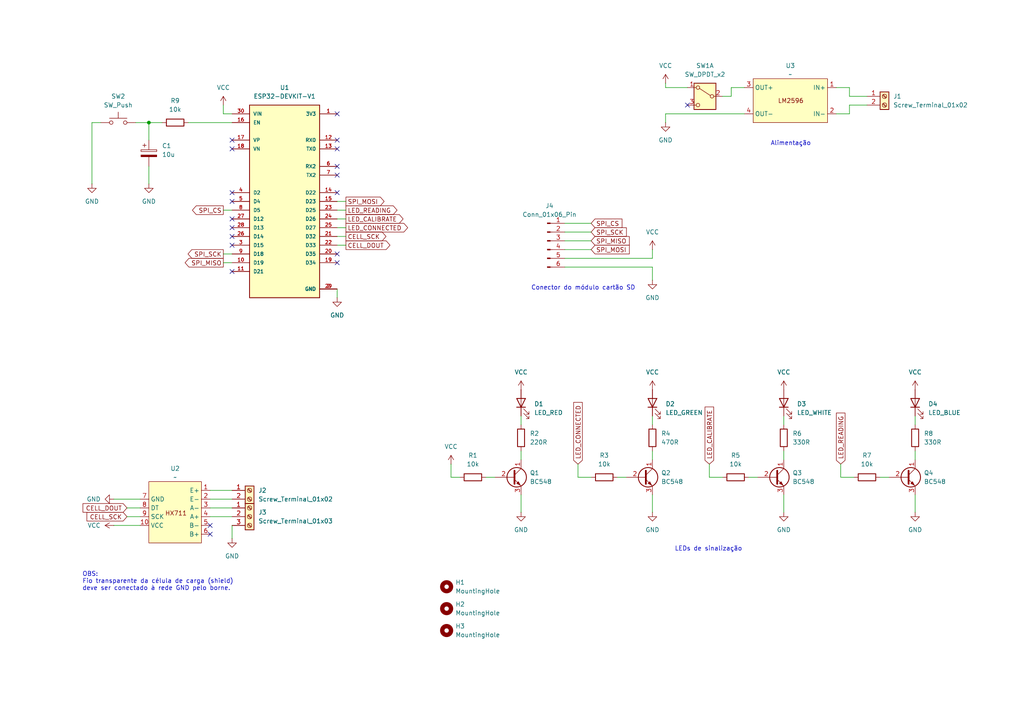
<source format=kicad_sch>
(kicad_sch (version 20231120) (generator "eeschema") (generator_version "8.0")
  (paper "A4")
  (title_block (title "Teste estático") (date "2024-08-21") (rev "v1.0") (company "ASA Branca Aerospace"))
  (lib_symbols
    (symbol "Connector:Conn_01x06_Pin" (pin_names (offset 1.016) hide)
      (property "Reference" "J" (at 0 7.62 0))
      (property "Value" "Conn_01x06_Pin" (at 0 -10.16 0))
      (symbol "Conn_01x06_Pin_1_1"
        (polyline (pts (xy 1.27 -7.62) (xy 0.8636 -7.62)) (stroke (width 0.1524)))
        (polyline (pts (xy 1.27 -5.08) (xy 0.8636 -5.08)) (stroke (width 0.1524)))
        (polyline (pts (xy 1.27 -2.54) (xy 0.8636 -2.54)) (stroke (width 0.1524)))
        (polyline (pts (xy 1.27 0) (xy 0.8636 0)) (stroke (width 0.1524)))
        (polyline (pts (xy 1.27 2.54) (xy 0.8636 2.54)) (stroke (width 0.1524)))
        (polyline (pts (xy 1.27 5.08) (xy 0.8636 5.08)) (stroke (width 0.1524)))
        (rectangle (start 0.8636 -7.493) (end 0 -7.747) (stroke (width 0.1524)) (fill (type outline)))
        (rectangle (start 0.8636 -4.953) (end 0 -5.207) (stroke (width 0.1524)) (fill (type outline)))
        (rectangle (start 0.8636 -2.413) (end 0 -2.667) (stroke (width 0.1524)) (fill (type outline)))
        (rectangle (start 0.8636 0.127) (end 0 -0.127) (stroke (width 0.1524)) (fill (type outline)))
        (rectangle (start 0.8636 2.667) (end 0 2.413) (stroke (width 0.1524)) (fill (type outline)))
        (rectangle (start 0.8636 5.207) (end 0 4.953) (stroke (width 0.1524)) (fill (type outline)))
        (pin passive line (at 5.08 5.08 180) (length 3.81) (name "Pin_1") (number "1"))
        (pin passive line (at 5.08 2.54 180) (length 3.81) (name "Pin_2") (number "2"))
        (pin passive line (at 5.08 0 180) (length 3.81) (name "Pin_3") (number "3"))
        (pin passive line (at 5.08 -2.54 180) (length 3.81) (name "Pin_4") (number "4"))
        (pin passive line (at 5.08 -5.08 180) (length 3.81) (name "Pin_5") (number "5"))
        (pin passive line (at 5.08 -7.62 180) (length 3.81) (name "Pin_6") (number "6"))
      )
    )
    (symbol "Connector:Screw_Terminal_01x02" (pin_names (offset 1.016) hide)
      (property "Reference" "J" (at 0 2.54 0))
      (property "Value" "Screw_Terminal_01x02" (at 0 -5.08 0))
      (symbol "Screw_Terminal_01x02_1_1"
        (rectangle (start -1.27 1.27) (end 1.27 -3.81) (stroke (width 0.254)) (fill (type background)))
        (circle (center 0 -2.54) (radius 0.635) (stroke (width 0.1524)))
        (polyline (pts (xy -0.5334 -2.2098) (xy 0.3302 -3.048)) (stroke (width 0.1524)))
        (polyline (pts (xy -0.5334 0.3302) (xy 0.3302 -0.508)) (stroke (width 0.1524)))
        (polyline (pts (xy -0.3556 -2.032) (xy 0.508 -2.8702)) (stroke (width 0.1524)))
        (polyline (pts (xy -0.3556 0.508) (xy 0.508 -0.3302)) (stroke (width 0.1524)))
        (circle (center 0 0) (radius 0.635) (stroke (width 0.1524)))
        (pin passive line (at -5.08 0 0) (length 3.81) (name "Pin_1") (number "1"))
        (pin passive line (at -5.08 -2.54 0) (length 3.81) (name "Pin_2") (number "2"))
      )
    )
    (symbol "Connector:Screw_Terminal_01x03" (pin_names (offset 1.016) hide)
      (property "Reference" "J" (at 0 5.08 0))
      (property "Value" "Screw_Terminal_01x03" (at 0 -5.08 0))
      (symbol "Screw_Terminal_01x03_1_1"
        (rectangle (start -1.27 3.81) (end 1.27 -3.81) (stroke (width 0.254)) (fill (type background)))
        (circle (center 0 -2.54) (radius 0.635) (stroke (width 0.1524)))
        (polyline (pts (xy -0.5334 -2.2098) (xy 0.3302 -3.048)) (stroke (width 0.1524)))
        (polyline (pts (xy -0.5334 0.3302) (xy 0.3302 -0.508)) (stroke (width 0.1524)))
        (polyline (pts (xy -0.5334 2.8702) (xy 0.3302 2.032)) (stroke (width 0.1524)))
        (polyline (pts (xy -0.3556 -2.032) (xy 0.508 -2.8702)) (stroke (width 0.1524)))
        (polyline (pts (xy -0.3556 0.508) (xy 0.508 -0.3302)) (stroke (width 0.1524)))
        (polyline (pts (xy -0.3556 3.048) (xy 0.508 2.2098)) (stroke (width 0.1524)))
        (circle (center 0 0) (radius 0.635) (stroke (width 0.1524)))
        (circle (center 0 2.54) (radius 0.635) (stroke (width 0.1524)))
        (pin passive line (at -5.08 2.54 0) (length 3.81) (name "Pin_1") (number "1"))
        (pin passive line (at -5.08 0 0) (length 3.81) (name "Pin_2") (number "2"))
        (pin passive line (at -5.08 -2.54 0) (length 3.81) (name "Pin_3") (number "3"))
      )
    )
    (symbol "Device:C_Polarized" (pin_numbers hide) (pin_names (offset 0.254))
      (property "Reference" "C" (at 0.635 2.54 0))
      (property "Value" "C_Polarized" (at 0.635 -2.54 0))
      (symbol "C_Polarized_0_1"
        (rectangle (start -2.286 0.508) (end 2.286 1.016))
        (polyline (pts (xy -1.778 2.286) (xy -0.762 2.286)))
        (polyline (pts (xy -1.27 2.794) (xy -1.27 1.778)))
        (rectangle (start 2.286 -0.508) (end -2.286 -1.016) (fill (type outline)))
      )
      (symbol "C_Polarized_1_1"
        (pin passive line (at 0 3.81 270) (length 2.794) (name "~") (number "1"))
        (pin passive line (at 0 -3.81 90) (length 2.794) (name "~") (number "2"))
      )
    )
    (symbol "Device:LED" (pin_numbers hide) (pin_names (offset 1.016) hide)
      (property "Reference" "D" (at 0 2.54 0))
      (property "Value" "LED" (at 0 -2.54 0))
      (symbol "LED_0_1"
        (polyline (pts (xy -1.27 -1.27) (xy -1.27 1.27)) (stroke (width 0.254)))
        (polyline (pts (xy -1.27 0) (xy 1.27 0)))
        (polyline (pts (xy 1.27 -1.27) (xy 1.27 1.27) (xy -1.27 0) (xy 1.27 -1.27)) (stroke (width 0.254)))
        (polyline (pts (xy -3.048 -0.762) (xy -4.572 -2.286) (xy -3.81 -2.286) (xy -4.572 -2.286) (xy -4.572 -1.524)))
        (polyline (pts (xy -1.778 -0.762) (xy -3.302 -2.286) (xy -2.54 -2.286) (xy -3.302 -2.286) (xy -3.302 -1.524)))
      )
      (symbol "LED_1_1"
        (pin passive line (at -3.81 0 0) (length 2.54) (name "K") (number "1"))
        (pin passive line (at 3.81 0 180) (length 2.54) (name "A") (number "2"))
      )
    )
    (symbol "Device:R" (pin_numbers hide) (pin_names (offset 0))
      (property "Reference" "R" (at 2.032 0 90))
      (property "Value" "R" (at 0 0 90))
      (symbol "R_0_1"
        (rectangle (start -1.016 -2.54) (end 1.016 2.54) (stroke (width 0.254)))
      )
      (symbol "R_1_1"
        (pin passive line (at 0 3.81 270) (length 1.27) (name "~") (number "1"))
        (pin passive line (at 0 -3.81 90) (length 1.27) (name "~") (number "2"))
      )
    )
    (symbol "ESP32-DEVKIT-V1:ESP32-DEVKIT-V1" (pin_names (offset 1.016))
      (property "Reference" "U" (at -10.16 30.48 0))
      (property "Value" "ESP32-DEVKIT-V1" (at -10.16 -30.48 0))
      (symbol "ESP32-DEVKIT-V1_0_0"
        (rectangle (start -10.16 -27.94) (end 10.16 27.94) (stroke (width 0.254)) (fill (type background)))
        (pin output line (at 15.24 25.4 180) (length 5.08) (name "3V3") (number "1"))
        (pin bidirectional line (at -15.24 -17.78 0) (length 5.08) (name "D19") (number "10"))
        (pin bidirectional line (at -15.24 -20.32 0) (length 5.08) (name "D21") (number "11"))
        (pin input line (at 15.24 17.78 180) (length 5.08) (name "RX0") (number "12"))
        (pin output line (at 15.24 15.24 180) (length 5.08) (name "TX0") (number "13"))
        (pin bidirectional line (at 15.24 2.54 180) (length 5.08) (name "D22") (number "14"))
        (pin bidirectional line (at 15.24 0 180) (length 5.08) (name "D23") (number "15"))
        (pin input line (at -15.24 22.86 0) (length 5.08) (name "EN") (number "16"))
        (pin bidirectional line (at -15.24 17.78 0) (length 5.08) (name "VP") (number "17"))
        (pin bidirectional line (at -15.24 15.24 0) (length 5.08) (name "VN") (number "18"))
        (pin bidirectional line (at 15.24 -17.78 180) (length 5.08) (name "D34") (number "19"))
        (pin power_in line (at 15.24 -25.4 180) (length 5.08) (name "GND") (number "2"))
        (pin bidirectional line (at 15.24 -15.24 180) (length 5.08) (name "D35") (number "20"))
        (pin bidirectional line (at 15.24 -10.16 180) (length 5.08) (name "D32") (number "21"))
        (pin bidirectional line (at 15.24 -12.7 180) (length 5.08) (name "D33") (number "22"))
        (pin bidirectional line (at 15.24 -2.54 180) (length 5.08) (name "D25") (number "23"))
        (pin bidirectional line (at 15.24 -5.08 180) (length 5.08) (name "D26") (number "24"))
        (pin bidirectional line (at 15.24 -7.62 180) (length 5.08) (name "D27") (number "25"))
        (pin bidirectional line (at -15.24 -10.16 0) (length 5.08) (name "D14") (number "26"))
        (pin bidirectional line (at -15.24 -5.08 0) (length 5.08) (name "D12") (number "27"))
        (pin bidirectional line (at -15.24 -7.62 0) (length 5.08) (name "D13") (number "28"))
        (pin power_in line (at 15.24 -25.4 180) (length 5.08) (name "GND") (number "29"))
        (pin bidirectional line (at -15.24 -12.7 0) (length 5.08) (name "D15") (number "3"))
        (pin input line (at -15.24 25.4 0) (length 5.08) (name "VIN") (number "30"))
        (pin bidirectional line (at -15.24 2.54 0) (length 5.08) (name "D2") (number "4"))
        (pin bidirectional line (at -15.24 0 0) (length 5.08) (name "D4") (number "5"))
        (pin input line (at 15.24 10.16 180) (length 5.08) (name "RX2") (number "6"))
        (pin output line (at 15.24 7.62 180) (length 5.08) (name "TX2") (number "7"))
        (pin bidirectional line (at -15.24 -2.54 0) (length 5.08) (name "D5") (number "8"))
        (pin bidirectional line (at -15.24 -15.24 0) (length 5.08) (name "D18") (number "9"))
      )
    )
    (symbol "HX711_module:HX711_module"
      (property "Reference" "U" (at 0 0 0))
      (symbol "HX711_module_1_1"
        (rectangle (start -7.62 8.89) (end 7.62 -8.89) (fill (type background)))
        (text "HX711" (at -0.254 -0.254 0) (effects (font (size 1.27 1.27))))
        (pin output line (at -10.16 6.35 0) (length 2.54) (name "E+") (number "1"))
        (pin power_in line (at 10.16 -3.81 180) (length 2.54) (name "VCC") (number "10"))
        (pin output line (at -10.16 3.81 0) (length 2.54) (name "E-") (number "2"))
        (pin input line (at -10.16 1.27 0) (length 2.54) (name "A-") (number "3"))
        (pin input line (at -10.16 -1.27 0) (length 2.54) (name "A+") (number "4"))
        (pin input line (at -10.16 -3.81 0) (length 2.54) (name "B-") (number "5"))
        (pin input line (at -10.16 -6.35 0) (length 2.54) (name "B+") (number "6"))
        (pin power_in line (at 10.16 3.81 180) (length 2.54) (name "GND") (number "7"))
        (pin bidirectional line (at 10.16 1.27 180) (length 2.54) (name "DT") (number "8"))
        (pin bidirectional line (at 10.16 -1.27 180) (length 2.54) (name "SCK") (number "9"))
      )
    )
    (symbol "LM2596_module:LM2596_module"
      (property "Reference" "U" (at 0 0 0))
      (symbol "LM2596_module_1_1"
        (rectangle (start -10.16 6.35) (end 11.43 -6.35) (fill (type background)))
        (text "LM2596" (at 0.508 0 0) (effects (font (size 1.27 1.27))))
        (pin power_in line (at -12.7 3.81 0) (length 2.54) (name "IN+") (number "1"))
        (pin power_in line (at -12.7 -3.81 0) (length 2.54) (name "IN-") (number "2"))
        (pin power_out line (at 13.97 3.81 180) (length 2.54) (name "OUT+") (number "3"))
        (pin power_out line (at 13.97 -3.81 180) (length 2.54) (name "OUT-") (number "4"))
      )
    )
    (symbol "Mechanical:MountingHole" (pin_names (offset 1.016)) (exclude_from_sim yes) (in_bom no)
      (property "Reference" "H" (at 0 5.08 0))
      (property "Value" "MountingHole" (at 0 3.175 0))
      (symbol "MountingHole_0_1"
        (circle (center 0 0) (radius 1.27) (stroke (width 1.27)))
      )
    )
    (symbol "Switch:SW_DPDT_x2" (pin_names (offset 0) hide)
      (property "Reference" "SW" (at 0 5.08 0))
      (property "Value" "SW_DPDT_x2" (at 0 -5.08 0))
      (symbol "SW_DPDT_x2_0_0"
        (circle (center -2.032 0) (radius 0.508))
        (circle (center 2.032 -2.54) (radius 0.508))
      )
      (symbol "SW_DPDT_x2_0_1"
        (rectangle (start -3.175 3.81) (end 3.175 -3.81) (stroke (width 0.254)) (fill (type background)))
        (polyline (pts (xy -1.524 0.254) (xy 1.5748 2.286)))
        (circle (center 2.032 2.54) (radius 0.508))
      )
      (symbol "SW_DPDT_x2_1_1"
        (pin passive line (at 5.08 2.54 180) (length 2.54) (name "A") (number "1"))
        (pin passive line (at -5.08 0 0) (length 2.54) (name "B") (number "2"))
        (pin passive line (at 5.08 -2.54 180) (length 2.54) (name "C") (number "3"))
      )
      (symbol "SW_DPDT_x2_2_1"
        (pin passive line (at 5.08 2.54 180) (length 2.54) (name "A") (number "4"))
        (pin passive line (at -5.08 0 0) (length 2.54) (name "B") (number "5"))
        (pin passive line (at 5.08 -2.54 180) (length 2.54) (name "C") (number "6"))
      )
    )
    (symbol "Switch:SW_Push" (pin_numbers hide) (pin_names (offset 1.016) hide)
      (property "Reference" "SW" (at 1.27 2.54 0))
      (property "Value" "SW_Push" (at 0 -1.524 0))
      (symbol "SW_Push_0_1"
        (circle (center -2.032 0) (radius 0.508))
        (polyline (pts (xy 0 1.27) (xy 0 3.048)))
        (polyline (pts (xy 2.54 1.27) (xy -2.54 1.27)))
        (circle (center 2.032 0) (radius 0.508))
        (pin passive line (at -5.08 0 0) (length 2.54) (name "1") (number "1"))
        (pin passive line (at 5.08 0 180) (length 2.54) (name "2") (number "2"))
      )
    )
    (symbol "Transistor_BJT:BC548" (pin_names (offset 0) hide)
      (property "Reference" "Q" (at 5.08 1.905 0))
      (property "Value" "BC548" (at 5.08 0 0))
      (symbol "BC548_0_1"
        (polyline (pts (xy 0 0) (xy 0.635 0)))
        (polyline (pts (xy 0.635 0.635) (xy 2.54 2.54)))
        (polyline (pts (xy 0.635 -0.635) (xy 2.54 -2.54) (xy 2.54 -2.54)))
        (polyline (pts (xy 0.635 1.905) (xy 0.635 -1.905) (xy 0.635 -1.905)) (stroke (width 0.508)))
        (polyline (pts (xy 1.27 -1.778) (xy 1.778 -1.27) (xy 2.286 -2.286) (xy 1.27 -1.778) (xy 1.27 -1.778)) (fill (type outline)))
        (circle (center 1.27 0) (radius 2.8194) (stroke (width 0.254)))
      )
      (symbol "BC548_1_1"
        (pin passive line (at 2.54 5.08 270) (length 2.54) (name "C") (number "1"))
        (pin input line (at -5.08 0 0) (length 5.08) (name "B") (number "2"))
        (pin passive line (at 2.54 -5.08 90) (length 2.54) (name "E") (number "3"))
      )
    )
    (symbol "power:GND" (power) (pin_numbers hide) (pin_names (offset 0) hide)
      (property "Value" "GND" (at 0 -3.81 0))
      (symbol "GND_0_1"
        (polyline (pts (xy 0 0) (xy 0 -1.27) (xy 1.27 -1.27) (xy 0 -2.54) (xy -1.27 -1.27) (xy 0 -1.27)))
      )
      (symbol "GND_1_1"
        (pin power_in line (at 0 0 270) (length 0) (name "~") (number "1"))
      )
    )
    (symbol "power:VCC" (power) (pin_numbers hide) (pin_names (offset 0) hide)
      (property "Value" "VCC" (at 0 3.556 0))
      (symbol "VCC_0_1"
        (polyline (pts (xy -0.762 1.27) (xy 0 2.54)))
        (polyline (pts (xy 0 0) (xy 0 2.54)))
        (polyline (pts (xy 0 2.54) (xy 0.762 1.27)))
      )
      (symbol "VCC_1_1"
        (pin power_in line (at 0 0 90) (length 0) (name "~") (number "1"))
      )
    )
  )
  (junction (at 43.18 35.56))
  (no_connect (at 97.79 50.8))
  (no_connect (at 60.96 152.4))
  (no_connect (at 67.31 58.42))
  (no_connect (at 97.79 33.02))
  (no_connect (at 67.31 43.18))
  (no_connect (at 97.79 55.88))
  (no_connect (at 97.79 48.26))
  (no_connect (at 67.31 63.5))
  (no_connect (at 97.79 73.66))
  (no_connect (at 97.79 76.2))
  (no_connect (at 199.39 30.48))
  (no_connect (at 67.31 68.58))
  (no_connect (at 97.79 43.18))
  (no_connect (at 67.31 55.88))
  (no_connect (at 67.31 40.64))
  (no_connect (at 67.31 78.74))
  (no_connect (at 97.79 40.64))
  (no_connect (at 67.31 66.04))
  (no_connect (at 60.96 154.94))
  (no_connect (at 67.31 71.12))
  (wire (pts (xy 242.57 33.02) (xy 246.38 33.02)))
  (wire (pts (xy 217.17 138.43) (xy 219.71 138.43)))
  (wire (pts (xy 64.77 33.02) (xy 67.31 33.02)))
  (wire (pts (xy 60.96 147.32) (xy 67.31 147.32)))
  (wire (pts (xy 39.37 35.56) (xy 43.18 35.56)))
  (wire (pts (xy 189.23 120.65) (xy 189.23 123.19)))
  (wire (pts (xy 193.04 25.4) (xy 199.39 25.4)))
  (wire (pts (xy 64.77 76.2) (xy 67.31 76.2)))
  (wire (pts (xy 212.09 25.4) (xy 215.9 25.4)))
  (wire (pts (xy 167.64 134.62) (xy 167.64 138.43)))
  (wire (pts (xy 54.61 35.56) (xy 67.31 35.56)))
  (wire (pts (xy 40.64 147.32) (xy 36.83 147.32)))
  (wire (pts (xy 26.67 35.56) (xy 29.21 35.56)))
  (wire (pts (xy 40.64 149.86) (xy 36.83 149.86)))
  (wire (pts (xy 242.57 25.4) (xy 246.38 25.4)))
  (wire (pts (xy 64.77 60.96) (xy 67.31 60.96)))
  (wire (pts (xy 205.74 138.43) (xy 209.55 138.43)))
  (wire (pts (xy 163.83 64.77) (xy 171.45 64.77)))
  (wire (pts (xy 67.31 152.4) (xy 67.31 156.21)))
  (wire (pts (xy 60.96 149.86) (xy 67.31 149.86)))
  (wire (pts (xy 43.18 48.26) (xy 43.18 53.34)))
  (wire (pts (xy 163.83 67.31) (xy 171.45 67.31)))
  (wire (pts (xy 189.23 130.81) (xy 189.23 133.35)))
  (wire (pts (xy 97.79 66.04) (xy 100.33 66.04)))
  (wire (pts (xy 265.43 143.51) (xy 265.43 148.59)))
  (wire (pts (xy 64.77 30.48) (xy 64.77 33.02)))
  (wire (pts (xy 130.81 134.62) (xy 130.81 138.43)))
  (wire (pts (xy 215.9 33.02) (xy 193.04 33.02)))
  (wire (pts (xy 189.23 143.51) (xy 189.23 148.59)))
  (wire (pts (xy 193.04 25.4) (xy 193.04 24.13)))
  (wire (pts (xy 251.46 27.94) (xy 246.38 27.94)))
  (wire (pts (xy 243.84 134.62) (xy 243.84 138.43)))
  (wire (pts (xy 163.83 77.47) (xy 189.23 77.47)))
  (wire (pts (xy 97.79 83.82) (xy 97.79 86.36)))
  (wire (pts (xy 151.13 143.51) (xy 151.13 148.59)))
  (wire (pts (xy 167.64 138.43) (xy 171.45 138.43)))
  (wire (pts (xy 26.67 53.34) (xy 26.67 35.56)))
  (wire (pts (xy 246.38 30.48) (xy 246.38 33.02)))
  (wire (pts (xy 255.27 138.43) (xy 257.81 138.43)))
  (wire (pts (xy 179.07 138.43) (xy 181.61 138.43)))
  (wire (pts (xy 251.46 30.48) (xy 246.38 30.48)))
  (wire (pts (xy 163.83 74.93) (xy 189.23 74.93)))
  (wire (pts (xy 193.04 33.02) (xy 193.04 35.56)))
  (wire (pts (xy 227.33 143.51) (xy 227.33 148.59)))
  (wire (pts (xy 243.84 138.43) (xy 247.65 138.43)))
  (wire (pts (xy 130.81 138.43) (xy 133.35 138.43)))
  (wire (pts (xy 60.96 144.78) (xy 67.31 144.78)))
  (wire (pts (xy 97.79 63.5) (xy 100.33 63.5)))
  (wire (pts (xy 40.64 144.78) (xy 33.02 144.78)))
  (wire (pts (xy 97.79 71.12) (xy 100.33 71.12)))
  (wire (pts (xy 97.79 68.58) (xy 100.33 68.58)))
  (wire (pts (xy 227.33 120.65) (xy 227.33 123.19)))
  (wire (pts (xy 97.79 58.42) (xy 100.33 58.42)))
  (wire (pts (xy 97.79 60.96) (xy 100.33 60.96)))
  (wire (pts (xy 163.83 69.85) (xy 171.45 69.85)))
  (wire (pts (xy 151.13 130.81) (xy 151.13 133.35)))
  (wire (pts (xy 246.38 27.94) (xy 246.38 25.4)))
  (wire (pts (xy 265.43 120.65) (xy 265.43 123.19)))
  (wire (pts (xy 64.77 73.66) (xy 67.31 73.66)))
  (wire (pts (xy 205.74 134.62) (xy 205.74 138.43)))
  (wire (pts (xy 189.23 74.93) (xy 189.23 72.39)))
  (wire (pts (xy 212.09 27.94) (xy 212.09 25.4)))
  (wire (pts (xy 40.64 152.4) (xy 33.02 152.4)))
  (wire (pts (xy 265.43 130.81) (xy 265.43 133.35)))
  (wire (pts (xy 140.97 138.43) (xy 143.51 138.43)))
  (wire (pts (xy 43.18 35.56) (xy 46.99 35.56)))
  (wire (pts (xy 60.96 142.24) (xy 67.31 142.24)))
  (wire (pts (xy 189.23 77.47) (xy 189.23 81.28)))
  (wire (pts (xy 212.09 27.94) (xy 209.55 27.94)))
  (wire (pts (xy 227.33 130.81) (xy 227.33 133.35)))
  (wire (pts (xy 151.13 120.65) (xy 151.13 123.19)))
  (wire (pts (xy 163.83 72.39) (xy 171.45 72.39)))
  (wire (pts (xy 43.18 35.56) (xy 43.18 40.64)))
  (text "Alimentação" (at 229.362 41.656 0) (effects (font (size 1.27 1.27))))
  (text "LEDs de sinalização" (at 205.486 159.258 0) (effects (font (size 1.27 1.27))))
  (text "Conector do módulo cartão SD" (at 169.164 83.566 0) (effects (font (size 1.27 1.27))))
  (text "OBS:\nFio transparente da célula de carga (shield) \ndeve ser conectado à rede GND pelo borne. " (at 23.876 168.656 0) (effects (font (size 1.27 1.27)) (justify left)))
  (global_label "SPI_SCK" (shape input) (at 171.45 67.31 0) (property "Intersheetrefs" "${INTERSHEET_REFS}" (effects (hide yes))))
  (global_label "CELL_SCK" (shape input) (at 36.83 149.86 180) (property "Intersheetrefs" "${INTERSHEET_REFS}" (effects (hide yes))))
  (global_label "SPI_SCK" (shape output) (at 64.77 73.66 180) (property "Intersheetrefs" "${INTERSHEET_REFS}" (effects (hide yes))))
  (global_label "SPI_MOSI" (shape input) (at 171.45 72.39 0) (property "Intersheetrefs" "${INTERSHEET_REFS}" (effects (hide yes))))
  (global_label "CELL_DOUT" (shape input) (at 36.83 147.32 180) (property "Intersheetrefs" "${INTERSHEET_REFS}" (effects (hide yes))))
  (global_label "SPI_MOSI" (shape output) (at 100.33 58.42 0) (property "Intersheetrefs" "${INTERSHEET_REFS}" (effects (hide yes))))
  (global_label "LED_CONNECTED" (shape output) (at 100.33 66.04 0) (property "Intersheetrefs" "${INTERSHEET_REFS}" (effects (hide yes))))
  (global_label "LED_CONNECTED" (shape input) (at 167.64 134.62 90) (property "Intersheetrefs" "${INTERSHEET_REFS}" (effects (hide yes))))
  (global_label "SPI_CS" (shape output) (at 64.77 60.96 180) (property "Intersheetrefs" "${INTERSHEET_REFS}" (effects (hide yes))))
  (global_label "SPI_CS" (shape input) (at 171.45 64.77 0) (property "Intersheetrefs" "${INTERSHEET_REFS}" (effects (hide yes))))
  (global_label "CELL_DOUT" (shape output) (at 100.33 71.12 0) (property "Intersheetrefs" "${INTERSHEET_REFS}" (effects (hide yes))))
  (global_label "LED_CALIBRATE" (shape input) (at 205.74 134.62 90) (property "Intersheetrefs" "${INTERSHEET_REFS}" (effects (hide yes))))
  (global_label "SPI_MISO" (shape input) (at 171.45 69.85 0) (property "Intersheetrefs" "${INTERSHEET_REFS}" (effects (hide yes))))
  (global_label "LED_READING" (shape output) (at 100.33 60.96 0) (property "Intersheetrefs" "${INTERSHEET_REFS}" (effects (hide yes))))
  (global_label "CELL_SCK" (shape output) (at 100.33 68.58 0) (property "Intersheetrefs" "${INTERSHEET_REFS}" (effects (hide yes))))
  (global_label "LED_CALIBRATE" (shape output) (at 100.33 63.5 0) (property "Intersheetrefs" "${INTERSHEET_REFS}" (effects (hide yes))))
  (global_label "SPI_MISO" (shape output) (at 64.77 76.2 180) (property "Intersheetrefs" "${INTERSHEET_REFS}" (effects (hide yes))))
  (global_label "LED_READING" (shape input) (at 243.84 134.62 90) (property "Intersheetrefs" "${INTERSHEET_REFS}" (effects (hide yes))))
  (symbol (lib_id "power:VCC") (at 227.33 113.03 0) (unit 1)
    (property "Reference" "#PWR010" (effects (hide yes)))
    (property "Value" "VCC" (at 227.33 107.95 0))
    (property "Description" "Power symbol creates a global label with name \"VCC\"" (effects (hide yes)))
  )
  (symbol (lib_id "Mechanical:MountingHole") (at 129.54 182.88 0) (unit 1) (exclude_from_sim yes) (in_bom no)
    (property "Reference" "H3" (at 132.08 181.6099 0) (effects (justify left)))
    (property "Value" "MountingHole" (at 132.08 184.1499 0) (effects (justify left)))
    (property "Footprint" "MountingHole:MountingHole_4.3mm_M4" (effects (hide yes)))
    (property "Description" "Mounting Hole without connection" (effects (hide yes)))
  )
  (symbol (lib_id "Connector:Conn_01x06_Pin") (at 158.75 69.85 0) (unit 1)
    (property "Reference" "J4" (at 159.385 59.69 0))
    (property "Value" "Conn_01x06_Pin" (at 159.385 62.23 0))
    (property "Footprint" "Connector_PinSocket_2.54mm:PinSocket_1x06_P2.54mm_Vertical" (effects (hide yes)))
    (property "Description" "Generic connector, single row, 01x06, script generated" (effects (hide yes)))
  )
  (symbol (lib_id "Transistor_BJT:BC548") (at 148.59 138.43 0) (unit 1)
    (property "Reference" "Q1" (at 153.67 137.1599 0) (effects (justify left)))
    (property "Value" "BC548" (at 153.67 139.6999 0) (effects (justify left)))
    (property "Footprint" "Package_TO_SOT_THT:TO-92_Wide" (effects (hide yes)))
    (property "Datasheet" "https://www.onsemi.com/pub/Collateral/BC550-D.pdf" (effects (hide yes)))
    (property "Description" "0.1A Ic, 30V Vce, Small Signal NPN Transistor, TO-92" (effects (hide yes)))
  )
  (symbol (lib_id "Transistor_BJT:BC548") (at 224.79 138.43 0) (unit 1)
    (property "Reference" "Q3" (at 229.87 137.1599 0) (effects (justify left)))
    (property "Value" "BC548" (at 229.87 139.6999 0) (effects (justify left)))
    (property "Footprint" "Package_TO_SOT_THT:TO-92_Wide" (effects (hide yes)))
    (property "Datasheet" "https://www.onsemi.com/pub/Collateral/BC550-D.pdf" (effects (hide yes)))
    (property "Description" "0.1A Ic, 30V Vce, Small Signal NPN Transistor, TO-92" (effects (hide yes)))
  )
  (symbol (lib_id "Device:R") (at 50.8 35.56 90) (unit 1)
    (property "Reference" "R9" (at 50.8 29.21 90))
    (property "Value" "10k" (at 50.8 31.75 90))
    (property "Footprint" "Resistor_THT:R_Axial_DIN0207_L6.3mm_D2.5mm_P10.16mm_Horizontal" (effects (hide yes)))
    (property "Description" "Resistor" (effects (hide yes)))
  )
  (symbol (lib_id "Transistor_BJT:BC548") (at 262.89 138.43 0) (unit 1)
    (property "Reference" "Q4" (at 267.97 137.1599 0) (effects (justify left)))
    (property "Value" "BC548" (at 267.97 139.6999 0) (effects (justify left)))
    (property "Footprint" "Package_TO_SOT_THT:TO-92_Wide" (effects (hide yes)))
    (property "Datasheet" "https://www.onsemi.com/pub/Collateral/BC550-D.pdf" (effects (hide yes)))
    (property "Description" "0.1A Ic, 30V Vce, Small Signal NPN Transistor, TO-92" (effects (hide yes)))
  )
  (symbol (lib_id "Device:R") (at 175.26 138.43 90) (unit 1)
    (property "Reference" "R3" (at 175.26 132.08 90))
    (property "Value" "10k" (at 175.26 134.62 90))
    (property "Footprint" "Resistor_THT:R_Axial_DIN0207_L6.3mm_D2.5mm_P10.16mm_Horizontal" (effects (hide yes)))
    (property "Description" "Resistor" (effects (hide yes)))
  )
  (symbol (lib_id "Device:R") (at 137.16 138.43 90) (unit 1)
    (property "Reference" "R1" (at 137.16 132.08 90))
    (property "Value" "10k" (at 137.16 134.62 90))
    (property "Footprint" "Resistor_THT:R_Axial_DIN0207_L6.3mm_D2.5mm_P10.16mm_Horizontal" (effects (hide yes)))
    (property "Description" "Resistor" (effects (hide yes)))
  )
  (symbol (lib_id "Device:LED") (at 189.23 116.84 90) (unit 1)
    (property "Reference" "D2" (at 193.04 117.1574 90) (effects (justify right)))
    (property "Value" "LED_GREEN" (at 193.04 119.6974 90) (effects (justify right)))
    (property "Footprint" "LED_THT:LED_D3.0mm_Horizontal_O1.27mm_Z2.0mm" (effects (hide yes)))
    (property "Description" "Light emitting diode" (effects (hide yes)))
  )
  (symbol (lib_id "Device:R") (at 227.33 127 0) (unit 1)
    (property "Reference" "R6" (at 229.87 125.7299 0) (effects (justify left)))
    (property "Value" "330R" (at 229.87 128.2699 0) (effects (justify left)))
    (property "Footprint" "Resistor_THT:R_Axial_DIN0207_L6.3mm_D2.5mm_P10.16mm_Horizontal" (effects (hide yes)))
    (property "Description" "Resistor" (effects (hide yes)))
  )
  (symbol (lib_id "power:GND") (at 43.18 53.34 0) (unit 1)
    (property "Reference" "#PWR03" (effects (hide yes)))
    (property "Value" "GND" (at 43.18 58.42 0))
    (property "Description" "Power symbol creates a global label with name \"GND\" , ground" (effects (hide yes)))
  )
  (symbol (lib_id "Device:C_Polarized") (at 43.18 44.45 0) (unit 1)
    (property "Reference" "C1" (at 46.99 42.2909 0) (effects (justify left)))
    (property "Value" "10u" (at 46.99 44.8309 0) (effects (justify left)))
    (property "Footprint" "Capacitor_THT:CP_Radial_D5.0mm_P2.50mm" (effects (hide yes)))
    (property "Description" "Polarized capacitor" (effects (hide yes)))
  )
  (symbol (lib_id "Device:LED") (at 265.43 116.84 90) (unit 1)
    (property "Reference" "D4" (at 269.24 117.1574 90) (effects (justify right)))
    (property "Value" "LED_BLUE" (at 269.24 119.6974 90) (effects (justify right)))
    (property "Footprint" "LED_THT:LED_D3.0mm_Horizontal_O1.27mm_Z2.0mm" (effects (hide yes)))
    (property "Description" "Light emitting diode" (effects (hide yes)))
  )
  (symbol (lib_id "Mechanical:MountingHole") (at 129.54 176.53 0) (unit 1) (exclude_from_sim yes) (in_bom no)
    (property "Reference" "H2" (at 132.08 175.2599 0) (effects (justify left)))
    (property "Value" "MountingHole" (at 132.08 177.7999 0) (effects (justify left)))
    (property "Footprint" "MountingHole:MountingHole_4.3mm_M4" (effects (hide yes)))
    (property "Description" "Mounting Hole without connection" (effects (hide yes)))
  )
  (symbol (lib_id "Transistor_BJT:BC548") (at 186.69 138.43 0) (unit 1)
    (property "Reference" "Q2" (at 191.77 137.1599 0) (effects (justify left)))
    (property "Value" "BC548" (at 191.77 139.6999 0) (effects (justify left)))
    (property "Footprint" "Package_TO_SOT_THT:TO-92_Wide" (effects (hide yes)))
    (property "Datasheet" "https://www.onsemi.com/pub/Collateral/BC550-D.pdf" (effects (hide yes)))
    (property "Description" "0.1A Ic, 30V Vce, Small Signal NPN Transistor, TO-92" (effects (hide yes)))
  )
  (symbol (lib_id "power:GND") (at 193.04 35.56 0) (unit 1)
    (property "Reference" "#PWR02" (effects (hide yes)))
    (property "Value" "GND" (at 193.04 40.64 0))
    (property "Description" "Power symbol creates a global label with name \"GND\" , ground" (effects (hide yes)))
  )
  (symbol (lib_id "Connector:Screw_Terminal_01x02") (at 72.39 142.24 0) (unit 1)
    (property "Reference" "J2" (at 74.93 142.2399 0) (effects (justify left)))
    (property "Value" "Screw_Terminal_01x02" (at 74.93 144.7799 0) (effects (justify left)))
    (property "Footprint" "TerminalBlock_Phoenix:TerminalBlock_Phoenix_MKDS-1,5-2-5.08_1x02_P5.08mm_Horizontal" (effects (hide yes)))
    (property "Description" "Generic screw terminal, single row, 01x02, script generated (kicad-library-utils/schlib/autogen/connector/)" (effects (hide yes)))
  )
  (symbol (lib_id "Connector:Screw_Terminal_01x03") (at 72.39 149.86 0) (unit 1)
    (property "Reference" "J3" (at 74.93 148.5899 0) (effects (justify left)))
    (property "Value" "Screw_Terminal_01x03" (at 74.93 151.1299 0) (effects (justify left)))
    (property "Footprint" "TerminalBlock_Phoenix:TerminalBlock_Phoenix_MKDS-1,5-3-5.08_1x03_P5.08mm_Horizontal" (effects (hide yes)))
    (property "Description" "Generic screw terminal, single row, 01x03, script generated (kicad-library-utils/schlib/autogen/connector/)" (effects (hide yes)))
  )
  (symbol (lib_id "ESP32-DEVKIT-V1:ESP32-DEVKIT-V1") (at 82.55 58.42 0) (unit 1)
    (property "Reference" "U1" (at 82.55 25.4 0))
    (property "Value" "ESP32-DEVKIT-V1" (at 82.55 27.94 0))
    (property "Footprint" "MODULE_ESP32_DEVKIT_V1:MODULE_ESP32_DEVKIT_V1" (effects (hide yes)))
    (property "MF" "Do it" (effects (hide yes)))
    (property "MAXIMUM_PACKAGE_HEIGHT" "6.8 mm" (effects (hide yes)))
    (property "Package" "None" (effects (hide yes)))
    (property "Price" "None" (effects (hide yes)))
    (property "Check_prices" "https://www.snapeda.com/parts/ESP32-DEVKIT-V1/Do+it/view-part/?ref=eda" (effects (hide yes)))
    (property "STANDARD" "Manufacturer Recommendations" (effects (hide yes)))
    (property "PARTREV" "N/A" (effects (hide yes)))
    (property "SnapEDA_Link" "https://www.snapeda.com/parts/ESP32-DEVKIT-V1/Do+it/view-part/?ref=snap" (effects (hide yes)))
    (property "MP" "ESP32-DEVKIT-V1" (effects (hide yes)))
    (property "Description_1" "\nDual core, Wi-Fi: 2.4 GHz up to 150 Mbits/s,BLE (Bluetooth Low Energy) and legacy Bluetooth, 32 bits, Up to 240 MHz\n" (effects (hide yes)))
    (property "Availability" "Not in stock" (effects (hide yes)))
    (property "MANUFACTURER" "DOIT" (effects (hide yes)))
  )
  (symbol (lib_id "power:GND") (at 151.13 148.59 0) (unit 1)
    (property "Reference" "#PWR05" (effects (hide yes)))
    (property "Value" "GND" (at 151.13 153.67 0))
    (property "Description" "Power symbol creates a global label with name \"GND\" , ground" (effects (hide yes)))
  )
  (symbol (lib_id "Connector:Screw_Terminal_01x02") (at 256.54 27.94 0) (unit 1)
    (property "Reference" "J1" (at 259.08 27.9399 0) (effects (justify left)))
    (property "Value" "Screw_Terminal_01x02" (at 259.08 30.4799 0) (effects (justify left)))
    (property "Footprint" "TerminalBlock_Phoenix:TerminalBlock_Phoenix_MKDS-1,5-2-5.08_1x02_P5.08mm_Horizontal" (effects (hide yes)))
    (property "Description" "Generic screw terminal, single row, 01x02, script generated (kicad-library-utils/schlib/autogen/connector/)" (effects (hide yes)))
  )
  (symbol (lib_id "Device:R") (at 265.43 127 0) (unit 1)
    (property "Reference" "R8" (at 267.97 125.7299 0) (effects (justify left)))
    (property "Value" "330R" (at 267.97 128.2699 0) (effects (justify left)))
    (property "Footprint" "Resistor_THT:R_Axial_DIN0207_L6.3mm_D2.5mm_P10.16mm_Horizontal" (effects (hide yes)))
    (property "Description" "Resistor" (effects (hide yes)))
  )
  (symbol (lib_id "power:VCC") (at 33.02 152.4 90) (mirror x) (unit 1)
    (property "Reference" "#PWR014" (effects (hide yes)))
    (property "Value" "VCC" (at 29.21 152.3999 90) (effects (justify left)))
    (property "Description" "Power symbol creates a global label with name \"VCC\"" (effects (hide yes)))
  )
  (symbol (lib_id "power:VCC") (at 64.77 30.48 0) (unit 1)
    (property "Reference" "#PWR013" (effects (hide yes)))
    (property "Value" "VCC" (at 64.77 25.4 0))
    (property "Description" "Power symbol creates a global label with name \"VCC\"" (effects (hide yes)))
  )
  (symbol (lib_id "Mechanical:MountingHole") (at 129.54 170.18 0) (unit 1) (exclude_from_sim yes) (in_bom no)
    (property "Reference" "H1" (at 132.08 168.9099 0) (effects (justify left)))
    (property "Value" "MountingHole" (at 132.08 171.4499 0) (effects (justify left)))
    (property "Footprint" "MountingHole:MountingHole_4.3mm_M4" (effects (hide yes)))
    (property "Description" "Mounting Hole without connection" (effects (hide yes)))
  )
  (symbol (lib_id "power:GND") (at 97.79 86.36 0) (unit 1)
    (property "Reference" "#PWR017" (effects (hide yes)))
    (property "Value" "GND" (at 97.79 91.44 0))
    (property "Description" "Power symbol creates a global label with name \"GND\" , ground" (effects (hide yes)))
  )
  (symbol (lib_id "HX711_module:HX711_module") (at 50.8 148.59 0) (mirror y) (unit 1)
    (property "Reference" "U2" (at 50.8 135.89 0))
    (property "Value" "~" (at 50.8 138.43 0))
    (property "Footprint" "HX711_module:HX711_module" (effects (hide yes)))
  )
  (symbol (lib_id "power:VCC") (at 130.81 134.62 0) (unit 1)
    (property "Reference" "#PWR020" (effects (hide yes)))
    (property "Value" "VCC" (at 130.81 129.54 0))
    (property "Description" "Power symbol creates a global label with name \"VCC\"" (effects (hide yes)))
  )
  (symbol (lib_id "power:VCC") (at 189.23 72.39 0) (unit 1)
    (property "Reference" "#PWR015" (effects (hide yes)))
    (property "Value" "VCC" (at 189.23 67.31 0))
    (property "Description" "Power symbol creates a global label with name \"VCC\"" (effects (hide yes)))
  )
  (symbol (lib_id "power:GND") (at 26.67 53.34 0) (unit 1)
    (property "Reference" "#PWR04" (effects (hide yes)))
    (property "Value" "GND" (at 26.67 58.42 0))
    (property "Description" "Power symbol creates a global label with name \"GND\" , ground" (effects (hide yes)))
  )
  (symbol (lib_id "Device:R") (at 189.23 127 0) (unit 1)
    (property "Reference" "R4" (at 191.77 125.7299 0) (effects (justify left)))
    (property "Value" "470R" (at 191.77 128.2699 0) (effects (justify left)))
    (property "Footprint" "Resistor_THT:R_Axial_DIN0207_L6.3mm_D2.5mm_P10.16mm_Horizontal" (effects (hide yes)))
    (property "Description" "Resistor" (effects (hide yes)))
  )
  (symbol (lib_id "Device:LED") (at 151.13 116.84 90) (unit 1)
    (property "Reference" "D1" (at 154.94 117.1574 90) (effects (justify right)))
    (property "Value" "LED_RED" (at 154.94 119.6974 90) (effects (justify right)))
    (property "Footprint" "LED_THT:LED_D3.0mm_Horizontal_O1.27mm_Z2.0mm" (effects (hide yes)))
    (property "Description" "Light emitting diode" (effects (hide yes)))
  )
  (symbol (lib_id "Device:R") (at 151.13 127 180) (unit 1)
    (property "Reference" "R2" (at 153.67 125.7299 0) (effects (justify right)))
    (property "Value" "220R" (at 153.67 128.2699 0) (effects (justify right)))
    (property "Footprint" "Resistor_THT:R_Axial_DIN0207_L6.3mm_D2.5mm_P10.16mm_Horizontal" (effects (hide yes)))
    (property "Description" "Resistor" (effects (hide yes)))
  )
  (symbol (lib_id "power:GND") (at 265.43 148.59 0) (unit 1)
    (property "Reference" "#PWR08" (effects (hide yes)))
    (property "Value" "GND" (at 265.43 153.67 0))
    (property "Description" "Power symbol creates a global label with name \"GND\" , ground" (effects (hide yes)))
  )
  (symbol (lib_id "power:VCC") (at 189.23 113.03 0) (unit 1)
    (property "Reference" "#PWR011" (effects (hide yes)))
    (property "Value" "VCC" (at 189.23 107.95 0))
    (property "Description" "Power symbol creates a global label with name \"VCC\"" (effects (hide yes)))
  )
  (symbol (lib_id "power:GND") (at 189.23 148.59 0) (unit 1)
    (property "Reference" "#PWR06" (effects (hide yes)))
    (property "Value" "GND" (at 189.23 153.67 0))
    (property "Description" "Power symbol creates a global label with name \"GND\" , ground" (effects (hide yes)))
  )
  (symbol (lib_id "Switch:SW_Push") (at 34.29 35.56 0) (unit 1)
    (property "Reference" "SW2" (at 34.29 27.94 0))
    (property "Value" "SW_Push" (at 34.29 30.48 0))
    (property "Footprint" "Button_Switch_THT:SW_Tactile_SPST_Angled_PTS645Vx39-2LFS" (effects (hide yes)))
    (property "Description" "Push button switch, generic, two pins" (effects (hide yes)))
  )
  (symbol (lib_id "power:VCC") (at 151.13 113.03 0) (unit 1)
    (property "Reference" "#PWR012" (effects (hide yes)))
    (property "Value" "VCC" (at 151.13 107.95 0))
    (property "Description" "Power symbol creates a global label with name \"VCC\"" (effects (hide yes)))
  )
  (symbol (lib_id "power:GND") (at 33.02 144.78 270) (mirror x) (unit 1)
    (property "Reference" "#PWR016" (effects (hide yes)))
    (property "Value" "GND" (at 29.21 144.7799 90) (effects (justify right)))
    (property "Description" "Power symbol creates a global label with name \"GND\" , ground" (effects (hide yes)))
  )
  (symbol (lib_id "Switch:SW_DPDT_x2") (at 204.47 27.94 0) (mirror y) (unit 1)
    (property "Reference" "SW1" (at 204.47 19.05 0))
    (property "Value" "SW_DPDT_x2" (at 204.47 21.59 0))
    (property "Footprint" "push_button_DPDT_6pin:push_button_DPDT_6pin" (effects (hide yes)))
    (property "Description" "Switch, dual pole double throw, separate symbols" (effects (hide yes)))
  )
  (symbol (lib_id "power:VCC") (at 193.04 24.13 0) (unit 1)
    (property "Reference" "#PWR01" (effects (hide yes)))
    (property "Value" "VCC" (at 193.04 19.05 0))
    (property "Description" "Power symbol creates a global label with name \"VCC\"" (effects (hide yes)))
  )
  (symbol (lib_id "power:GND") (at 67.31 156.21 0) (unit 1)
    (property "Reference" "#PWR019" (effects (hide yes)))
    (property "Value" "GND" (at 67.31 161.29 0))
    (property "Description" "Power symbol creates a global label with name \"GND\" , ground" (effects (hide yes)))
  )
  (symbol (lib_id "LM2596_module:LM2596_module") (at 229.87 29.21 0) (mirror y) (unit 1)
    (property "Reference" "U3" (at 229.235 19.05 0))
    (property "Value" "~" (at 229.235 21.59 0))
    (property "Footprint" "LM2596_module:LM2596_module" (effects (hide yes)))
  )
  (symbol (lib_id "Device:R") (at 213.36 138.43 90) (unit 1)
    (property "Reference" "R5" (at 213.36 132.08 90))
    (property "Value" "10k" (at 213.36 134.62 90))
    (property "Footprint" "Resistor_THT:R_Axial_DIN0207_L6.3mm_D2.5mm_P10.16mm_Horizontal" (effects (hide yes)))
    (property "Description" "Resistor" (effects (hide yes)))
  )
  (symbol (lib_id "power:VCC") (at 265.43 113.03 0) (unit 1)
    (property "Reference" "#PWR09" (effects (hide yes)))
    (property "Value" "VCC" (at 265.43 107.95 0))
    (property "Description" "Power symbol creates a global label with name \"VCC\"" (effects (hide yes)))
  )
  (symbol (lib_id "Device:LED") (at 227.33 116.84 90) (unit 1)
    (property "Reference" "D3" (at 231.14 117.1574 90) (effects (justify right)))
    (property "Value" "LED_WHITE" (at 231.14 119.6974 90) (effects (justify right)))
    (property "Footprint" "LED_THT:LED_D3.0mm_Horizontal_O1.27mm_Z2.0mm" (effects (hide yes)))
    (property "Description" "Light emitting diode" (effects (hide yes)))
  )
  (symbol (lib_id "power:GND") (at 227.33 148.59 0) (unit 1)
    (property "Reference" "#PWR07" (effects (hide yes)))
    (property "Value" "GND" (at 227.33 153.67 0))
    (property "Description" "Power symbol creates a global label with name \"GND\" , ground" (effects (hide yes)))
  )
  (symbol (lib_id "power:GND") (at 189.23 81.28 0) (unit 1)
    (property "Reference" "#PWR018" (effects (hide yes)))
    (property "Value" "GND" (at 189.23 86.36 0))
    (property "Description" "Power symbol creates a global label with name \"GND\" , ground" (effects (hide yes)))
  )
  (symbol (lib_id "Device:R") (at 251.46 138.43 90) (unit 1)
    (property "Reference" "R7" (at 251.46 132.08 90))
    (property "Value" "10k" (at 251.46 134.62 90))
    (property "Footprint" "Resistor_THT:R_Axial_DIN0207_L6.3mm_D2.5mm_P10.16mm_Horizontal" (effects (hide yes)))
    (property "Description" "Resistor" (effects (hide yes)))
  )
)
</source>
